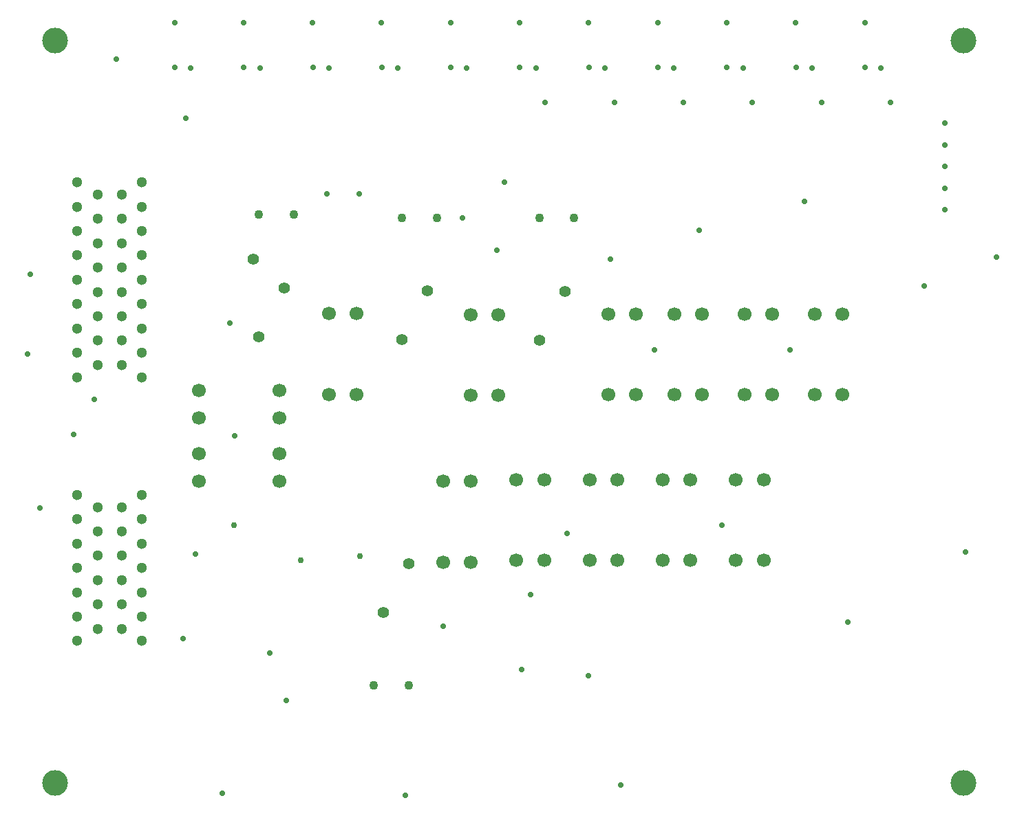
<source format=gbr>
%TF.GenerationSoftware,Altium Limited,Altium Designer,19.0.10 (269)*%
G04 Layer_Color=0*
%FSLAX26Y26*%
%MOIN*%
%TF.FileFunction,Plated,1,2,PTH,Drill*%
%TF.Part,Single*%
G01*
G75*
%TA.AperFunction,ComponentDrill*%
%ADD59C,0.055118*%
%ADD60C,0.066929*%
%ADD61C,0.066929*%
%ADD62C,0.051181*%
%TA.AperFunction,OtherDrill,Pad Free-5 (1166mil,1552mil)*%
%ADD63C,0.030000*%
%TA.AperFunction,OtherDrill,Pad Free-4 (1777mil,1401mil)*%
%ADD64C,0.030000*%
%TA.AperFunction,OtherDrill,Pad Free-3 (1490mil,1380mil)*%
%ADD65C,0.030000*%
%TA.AperFunction,OtherDrill,Pad Free-MH (4700mil,300mil)*%
%ADD66C,0.125000*%
%TA.AperFunction,OtherDrill,Pad Free-MH (4700mil,3900mil)*%
%ADD67C,0.125000*%
%TA.AperFunction,OtherDrill,Pad Free-MH (300mil,3900mil)*%
%ADD68C,0.125000*%
%TA.AperFunction,OtherDrill,Pad Free-MH (300mil,300mil)*%
%ADD69C,0.125000*%
%TA.AperFunction,ComponentDrill*%
%ADD70C,0.043307*%
%TA.AperFunction,ViaDrill,NotFilled*%
%ADD71C,0.028000*%
D59*
X2644656Y2449512D02*
D03*
X2768671Y2685732D02*
D03*
X1979001Y2452449D02*
D03*
X2103016Y2688670D02*
D03*
X1286000Y2466449D02*
D03*
X1260410Y2840465D02*
D03*
X1410016Y2702669D02*
D03*
X2011929Y1364551D02*
D03*
X1887913Y1128331D02*
D03*
D60*
X1385551Y1765000D02*
D03*
X995000D02*
D03*
X1385551Y1898858D02*
D03*
X995000D02*
D03*
Y2203780D02*
D03*
X1385551D02*
D03*
X995000Y2069921D02*
D03*
X1385551D02*
D03*
D61*
X1624843Y2186206D02*
D03*
Y2576757D02*
D03*
X1758701Y2186206D02*
D03*
Y2576757D02*
D03*
X2313490Y2181724D02*
D03*
Y2572276D02*
D03*
X2447348Y2181724D02*
D03*
Y2572276D02*
D03*
X2979165Y2183724D02*
D03*
Y2574276D02*
D03*
X3113023Y2183724D02*
D03*
Y2574276D02*
D03*
X3299361Y2184449D02*
D03*
Y2575000D02*
D03*
X3433220Y2184449D02*
D03*
Y2575000D02*
D03*
X3638246Y2184724D02*
D03*
Y2575276D02*
D03*
X3772104Y2184724D02*
D03*
Y2575276D02*
D03*
X3978379Y2184898D02*
D03*
Y2575450D02*
D03*
X4112237Y2184898D02*
D03*
Y2575450D02*
D03*
X3731237Y1771450D02*
D03*
Y1380898D02*
D03*
X3597378Y1771450D02*
D03*
Y1380898D02*
D03*
X3376886Y1771000D02*
D03*
Y1380449D02*
D03*
X3243028Y1771000D02*
D03*
Y1380449D02*
D03*
X3022570Y1771450D02*
D03*
Y1380898D02*
D03*
X2888712Y1771450D02*
D03*
Y1380898D02*
D03*
X2667701Y1771757D02*
D03*
Y1381206D02*
D03*
X2533843Y1771757D02*
D03*
Y1381206D02*
D03*
X2313314Y1763253D02*
D03*
Y1372702D02*
D03*
X2179456Y1763253D02*
D03*
Y1372702D02*
D03*
D62*
X720866Y2269685D02*
D03*
Y2387795D02*
D03*
Y2505905D02*
D03*
Y2624016D02*
D03*
Y2742126D02*
D03*
Y2860236D02*
D03*
Y2978347D02*
D03*
Y3096457D02*
D03*
Y3214567D02*
D03*
X622441Y2328740D02*
D03*
Y2446850D02*
D03*
Y2564961D02*
D03*
Y2683071D02*
D03*
Y2801181D02*
D03*
Y2919291D02*
D03*
Y3037402D02*
D03*
Y3155512D02*
D03*
X504331Y2328740D02*
D03*
Y2446850D02*
D03*
Y2564961D02*
D03*
Y2683071D02*
D03*
Y2801181D02*
D03*
Y2919291D02*
D03*
Y3037402D02*
D03*
Y3155512D02*
D03*
X405906Y2269685D02*
D03*
Y2387795D02*
D03*
Y2505905D02*
D03*
Y2624016D02*
D03*
Y2742126D02*
D03*
Y2860236D02*
D03*
Y2978347D02*
D03*
Y3096457D02*
D03*
Y3214567D02*
D03*
Y1698819D02*
D03*
Y1580709D02*
D03*
Y1462599D02*
D03*
Y1344488D02*
D03*
Y1226378D02*
D03*
Y1108268D02*
D03*
Y990158D02*
D03*
X504331Y1639764D02*
D03*
Y1521654D02*
D03*
Y1403543D02*
D03*
Y1285433D02*
D03*
Y1167323D02*
D03*
Y1049213D02*
D03*
X622441Y1639764D02*
D03*
Y1521654D02*
D03*
Y1403543D02*
D03*
Y1285433D02*
D03*
Y1167323D02*
D03*
Y1049213D02*
D03*
X720866Y1698819D02*
D03*
Y1580709D02*
D03*
Y1462599D02*
D03*
Y1344488D02*
D03*
Y1226378D02*
D03*
Y1108268D02*
D03*
Y990158D02*
D03*
D63*
X1166000Y1552000D02*
D03*
D64*
X1777000Y1401000D02*
D03*
D65*
X1490000Y1380000D02*
D03*
D66*
X4700000Y300000D02*
D03*
D67*
Y3900000D02*
D03*
D68*
X300000D02*
D03*
D69*
Y300000D02*
D03*
D70*
X2813947Y3040063D02*
D03*
X2644656D02*
D03*
X2148292Y3043001D02*
D03*
X1979001D02*
D03*
X1455292Y3057000D02*
D03*
X1286000D02*
D03*
X1842638Y774000D02*
D03*
X2011929D02*
D03*
D71*
X934000Y3524000D02*
D03*
X3528000Y1553000D02*
D03*
X1771000Y3157000D02*
D03*
X2272663Y3040000D02*
D03*
X1616000Y3157000D02*
D03*
X2476217Y3214567D02*
D03*
X164695Y2380000D02*
D03*
X180000Y2769010D02*
D03*
X4344456Y3600000D02*
D03*
X3342396D02*
D03*
X597000Y3810000D02*
D03*
X4860000Y2850000D02*
D03*
X227000Y1634278D02*
D03*
X490000Y2162952D02*
D03*
X390000Y1990000D02*
D03*
X3860000Y2400000D02*
D03*
X3202201D02*
D03*
X2780726Y1510000D02*
D03*
X4710000Y1420000D02*
D03*
X4510000Y2710000D02*
D03*
X3930000Y3120000D02*
D03*
X3420000Y2980000D02*
D03*
X2990000Y2840465D02*
D03*
X2440000Y2884821D02*
D03*
X1170000Y1984252D02*
D03*
X1146000Y2530000D02*
D03*
X980000Y1410000D02*
D03*
X920000Y1000000D02*
D03*
X1340000Y930000D02*
D03*
X2180000Y1060000D02*
D03*
X1420000Y700000D02*
D03*
X2601000Y1215000D02*
D03*
X2560000Y850000D02*
D03*
X2883776Y820000D02*
D03*
X4140000Y1080000D02*
D03*
X3040000Y290000D02*
D03*
X1995969Y240000D02*
D03*
X1110000Y250000D02*
D03*
X3965388Y3768482D02*
D03*
X1959644D02*
D03*
X1625353D02*
D03*
X1881888Y3770726D02*
D03*
X4610000Y3080000D02*
D03*
Y3185000D02*
D03*
Y3290000D02*
D03*
Y3395000D02*
D03*
Y3500000D02*
D03*
X4010977Y3600000D02*
D03*
X3676686D02*
D03*
X3296806Y3768482D02*
D03*
X3008105Y3600000D02*
D03*
X2673814D02*
D03*
X1291063Y3768482D02*
D03*
X1212323Y3989740D02*
D03*
X1213307Y3770726D02*
D03*
X1546613Y3989740D02*
D03*
X1547597Y3770726D02*
D03*
X3631097Y3768482D02*
D03*
X3552357Y3989740D02*
D03*
X3553341Y3770726D02*
D03*
X3886647Y3989740D02*
D03*
X3887632Y3770726D02*
D03*
X4299678Y3768482D02*
D03*
X4220938Y3989740D02*
D03*
X4221922Y3770726D02*
D03*
X1880904Y3989740D02*
D03*
X2293935Y3768482D02*
D03*
X2215194Y3989740D02*
D03*
X2216179Y3770726D02*
D03*
X2628225Y3768482D02*
D03*
X2549485Y3989740D02*
D03*
X2550469Y3770726D02*
D03*
X2962516Y3768482D02*
D03*
X2883776Y3989740D02*
D03*
X2884760Y3770726D02*
D03*
X3218066Y3989740D02*
D03*
X3219050Y3770726D02*
D03*
X956772Y3768482D02*
D03*
X878032Y3989740D02*
D03*
X879016Y3770726D02*
D03*
%TF.MD5,b4e615ed176ad4af5474f68d00a347e2*%
M02*

</source>
